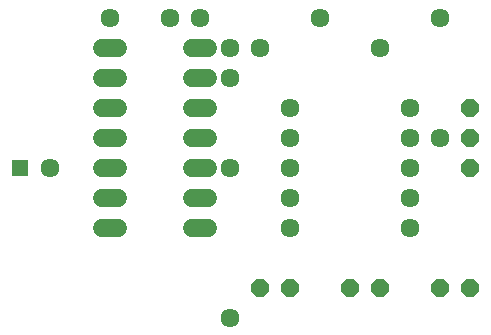
<source format=gbs>
G75*
%MOIN*%
%OFA0B0*%
%FSLAX25Y25*%
%IPPOS*%
%LPD*%
%AMOC8*
5,1,8,0,0,1.08239X$1,22.5*
%
%ADD10C,0.06343*%
%ADD11R,0.05556X0.05556*%
%ADD12C,0.05950*%
%ADD13OC8,0.05950*%
%ADD14OC8,0.06000*%
D10*
X0022260Y0061000D03*
X0082260Y0061000D03*
X0102260Y0061000D03*
X0102260Y0071000D03*
X0102260Y0081000D03*
X0082260Y0091000D03*
X0082260Y0101000D03*
X0092260Y0101000D03*
X0072260Y0111000D03*
X0062260Y0111000D03*
X0042260Y0111000D03*
X0112260Y0111000D03*
X0132260Y0101000D03*
X0152260Y0111000D03*
X0142260Y0081000D03*
X0142260Y0071000D03*
X0152260Y0071000D03*
X0142260Y0061000D03*
X0142260Y0051000D03*
X0142260Y0041000D03*
X0102260Y0041000D03*
X0102260Y0051000D03*
X0082260Y0011000D03*
D11*
X0012260Y0061000D03*
D12*
X0039685Y0041000D02*
X0044835Y0041000D01*
X0044835Y0051000D02*
X0039685Y0051000D01*
X0039685Y0061000D02*
X0044835Y0061000D01*
X0044835Y0071000D02*
X0039685Y0071000D01*
X0039685Y0081000D02*
X0044835Y0081000D01*
X0044835Y0091000D02*
X0039685Y0091000D01*
X0039685Y0101000D02*
X0044835Y0101000D01*
X0069685Y0101000D02*
X0074835Y0101000D01*
X0074835Y0091000D02*
X0069685Y0091000D01*
X0069685Y0081000D02*
X0074835Y0081000D01*
X0074835Y0071000D02*
X0069685Y0071000D01*
X0069685Y0061000D02*
X0074835Y0061000D01*
X0074835Y0051000D02*
X0069685Y0051000D01*
X0069685Y0041000D02*
X0074835Y0041000D01*
D13*
X0162260Y0061000D03*
X0162260Y0071000D03*
X0162260Y0081000D03*
D14*
X0162260Y0021000D03*
X0152260Y0021000D03*
X0132260Y0021000D03*
X0122260Y0021000D03*
X0102260Y0021000D03*
X0092260Y0021000D03*
M02*

</source>
